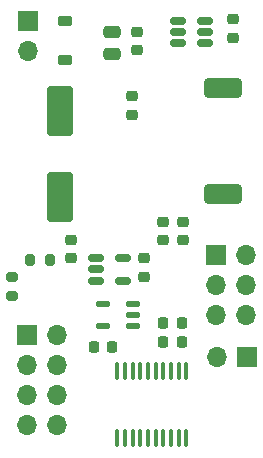
<source format=gbr>
%TF.GenerationSoftware,KiCad,Pcbnew,8.0.9-8.0.9-0~ubuntu24.04.1*%
%TF.CreationDate,2025-10-14T09:48:11+02:00*%
%TF.ProjectId,FastLapLights5V,46617374-4c61-4704-9c69-676874733556,MK7*%
%TF.SameCoordinates,Original*%
%TF.FileFunction,Soldermask,Top*%
%TF.FilePolarity,Negative*%
%FSLAX46Y46*%
G04 Gerber Fmt 4.6, Leading zero omitted, Abs format (unit mm)*
G04 Created by KiCad (PCBNEW 8.0.9-8.0.9-0~ubuntu24.04.1) date 2025-10-14 09:48:11*
%MOMM*%
%LPD*%
G01*
G04 APERTURE LIST*
G04 Aperture macros list*
%AMRoundRect*
0 Rectangle with rounded corners*
0 $1 Rounding radius*
0 $2 $3 $4 $5 $6 $7 $8 $9 X,Y pos of 4 corners*
0 Add a 4 corners polygon primitive as box body*
4,1,4,$2,$3,$4,$5,$6,$7,$8,$9,$2,$3,0*
0 Add four circle primitives for the rounded corners*
1,1,$1+$1,$2,$3*
1,1,$1+$1,$4,$5*
1,1,$1+$1,$6,$7*
1,1,$1+$1,$8,$9*
0 Add four rect primitives between the rounded corners*
20,1,$1+$1,$2,$3,$4,$5,0*
20,1,$1+$1,$4,$5,$6,$7,0*
20,1,$1+$1,$6,$7,$8,$9,0*
20,1,$1+$1,$8,$9,$2,$3,0*%
G04 Aperture macros list end*
%ADD10R,1.700000X1.700000*%
%ADD11O,1.700000X1.700000*%
%ADD12RoundRect,0.225000X-0.250000X0.225000X-0.250000X-0.225000X0.250000X-0.225000X0.250000X0.225000X0*%
%ADD13RoundRect,0.250000X-0.475000X0.250000X-0.475000X-0.250000X0.475000X-0.250000X0.475000X0.250000X0*%
%ADD14RoundRect,0.225000X-0.225000X-0.250000X0.225000X-0.250000X0.225000X0.250000X-0.225000X0.250000X0*%
%ADD15RoundRect,0.225000X0.250000X-0.225000X0.250000X0.225000X-0.250000X0.225000X-0.250000X-0.225000X0*%
%ADD16RoundRect,0.150000X-0.512500X-0.150000X0.512500X-0.150000X0.512500X0.150000X-0.512500X0.150000X0*%
%ADD17RoundRect,0.200000X-0.275000X0.200000X-0.275000X-0.200000X0.275000X-0.200000X0.275000X0.200000X0*%
%ADD18RoundRect,0.125000X-0.500000X0.125000X-0.500000X-0.125000X0.500000X-0.125000X0.500000X0.125000X0*%
%ADD19RoundRect,0.220000X-0.880000X1.880000X-0.880000X-1.880000X0.880000X-1.880000X0.880000X1.880000X0*%
%ADD20RoundRect,0.225000X0.375000X-0.225000X0.375000X0.225000X-0.375000X0.225000X-0.375000X-0.225000X0*%
%ADD21RoundRect,0.100000X-0.100000X0.637500X-0.100000X-0.637500X0.100000X-0.637500X0.100000X0.637500X0*%
%ADD22RoundRect,0.425000X-1.225000X-0.425000X1.225000X-0.425000X1.225000X0.425000X-1.225000X0.425000X0*%
%ADD23RoundRect,0.200000X0.200000X0.275000X-0.200000X0.275000X-0.200000X-0.275000X0.200000X-0.275000X0*%
G04 APERTURE END LIST*
D10*
%TO.C,J4*%
X44860000Y-115700000D03*
D11*
X47400000Y-115700000D03*
X44860000Y-118240000D03*
X47400000Y-118240000D03*
X44860000Y-120780000D03*
X47400000Y-120780000D03*
X44860000Y-123320000D03*
X47400000Y-123320000D03*
%TD*%
D10*
%TO.C,J1*%
X45000000Y-89125000D03*
D11*
X45000000Y-91665000D03*
%TD*%
D12*
%TO.C,C11*%
X54800000Y-109225000D03*
X54800000Y-110775000D03*
%TD*%
D13*
%TO.C,C4*%
X52050000Y-90050000D03*
X52050000Y-91950000D03*
%TD*%
D14*
%TO.C,C2*%
X56425000Y-116300000D03*
X57975000Y-116300000D03*
%TD*%
D15*
%TO.C,C10*%
X48600000Y-109175000D03*
X48600000Y-107625000D03*
%TD*%
D14*
%TO.C,C12*%
X50525000Y-116700000D03*
X52075000Y-116700000D03*
%TD*%
D16*
%TO.C,U2*%
X57662500Y-89100000D03*
X57662500Y-90050000D03*
X57662500Y-91000000D03*
X59937500Y-91000000D03*
X59937500Y-90050000D03*
X59937500Y-89100000D03*
%TD*%
D17*
%TO.C,R3*%
X43600000Y-110775000D03*
X43600000Y-112425000D03*
%TD*%
D18*
%TO.C,IC1*%
X53850000Y-114950000D03*
X53850000Y-114000000D03*
X53850000Y-113050000D03*
X51350000Y-113050000D03*
X51350000Y-114950000D03*
%TD*%
D19*
%TO.C,C3*%
X47700000Y-96750000D03*
X47700000Y-104050000D03*
%TD*%
D12*
%TO.C,C8*%
X56400000Y-106125000D03*
X56400000Y-107675000D03*
%TD*%
%TO.C,C9*%
X58100000Y-106125000D03*
X58100000Y-107675000D03*
%TD*%
%TO.C,C7*%
X53800000Y-95500000D03*
X53800000Y-97050000D03*
%TD*%
%TO.C,C6*%
X54200000Y-90025000D03*
X54200000Y-91575000D03*
%TD*%
D15*
%TO.C,C5*%
X62362500Y-90525000D03*
X62362500Y-88975000D03*
%TD*%
D20*
%TO.C,D1*%
X48100000Y-92450000D03*
X48100000Y-89150000D03*
%TD*%
D21*
%TO.C,U1*%
X58375000Y-118737500D03*
X57725000Y-118737500D03*
X57075000Y-118737500D03*
X56425000Y-118737500D03*
X55775000Y-118737500D03*
X55125000Y-118737500D03*
X54475000Y-118737500D03*
X53825000Y-118737500D03*
X53175000Y-118737500D03*
X52525000Y-118737500D03*
X52525000Y-124462500D03*
X53175000Y-124462500D03*
X53825000Y-124462500D03*
X54475000Y-124462500D03*
X55125000Y-124462500D03*
X55775000Y-124462500D03*
X56425000Y-124462500D03*
X57075000Y-124462500D03*
X57725000Y-124462500D03*
X58375000Y-124462500D03*
%TD*%
D10*
%TO.C,J3*%
X63500000Y-117600000D03*
D11*
X60960000Y-117600000D03*
%TD*%
D14*
%TO.C,C1*%
X56425000Y-114700000D03*
X57975000Y-114700000D03*
%TD*%
D10*
%TO.C,J2*%
X60910000Y-108910000D03*
D11*
X63450000Y-108910000D03*
X60910000Y-111450000D03*
X63450000Y-111450000D03*
X60910000Y-113990000D03*
X63450000Y-113990000D03*
%TD*%
D16*
%TO.C,U3*%
X50750000Y-109200000D03*
X50750000Y-110150000D03*
X50750000Y-111100000D03*
X53025000Y-111100000D03*
X53025000Y-109200000D03*
%TD*%
D22*
%TO.C,L1*%
X61500000Y-94800000D03*
X61500000Y-103800000D03*
%TD*%
D23*
%TO.C,R2*%
X46825000Y-109400000D03*
X45175000Y-109400000D03*
%TD*%
M02*

</source>
